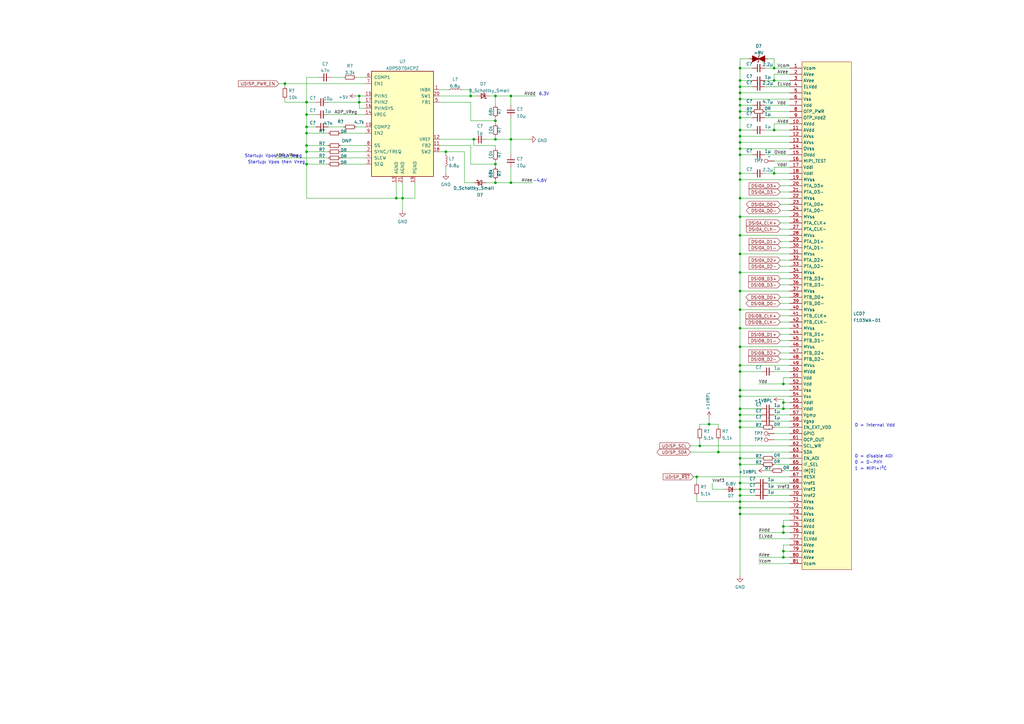
<source format=kicad_sch>
(kicad_sch (version 20210621) (generator eeschema)
  (paper "A3")
  (lib_symbols
    (symbol "Connector:TestPoint" (pin_numbers hide) (pin_names (offset 0.762) hide)
      (property "Reference" "TP" (at 0 6.858 0))
      (property "Value" "TestPoint" (at 0 5.08 0))
      (symbol "TestPoint_0_1"
        (circle (center 0 3.302) (radius 0.762))
      )
      (symbol "TestPoint_1_1"
        (pin passive line (at 0 0 90) (length 2.54) (name "1") (number "1"))
      )
    )
    (symbol "Device:C_Small" (pin_numbers hide) (pin_names (offset 0.254) hide)
      (property "Reference" "C" (at 0.254 1.778 0))
      (property "Value" "C_Small" (at 0.254 -2.032 0))
      (symbol "C_Small_0_1"
        (polyline (pts (xy -1.524 -0.508) (xy 1.524 -0.508)) (stroke (width 0.3302)))
        (polyline (pts (xy -1.524 0.508) (xy 1.524 0.508)) (stroke (width 0.3048)))
      )
      (symbol "C_Small_1_1"
        (pin passive line (at 0 2.54 270) (length 2.032) (name "~") (number "1"))
        (pin passive line (at 0 -2.54 90) (length 2.032) (name "~") (number "2"))
      )
    )
    (symbol "Device:D_Schottky_Small" (pin_numbers hide) (pin_names (offset 0.254) hide)
      (property "Reference" "D" (at -1.27 2.032 0))
      (property "Value" "D_Schottky_Small" (at -7.112 -2.032 0))
      (symbol "D_Schottky_Small_0_1"
        (polyline (pts (xy -0.762 0) (xy 0.762 0)))
        (polyline (pts (xy 0.762 -1.016) (xy -0.762 0) (xy 0.762 1.016) (xy 0.762 -1.016)) (stroke (width 0.254)))
        (polyline (pts (xy -1.27 0.762) (xy -1.27 1.016) (xy -0.762 1.016) (xy -0.762 -1.016) (xy -0.254 -1.016) (xy -0.254 -0.762)) (stroke (width 0.254)))
      )
      (symbol "D_Schottky_Small_1_1"
        (pin passive line (at -2.54 0 0) (length 1.778) (name "K") (number "1"))
        (pin passive line (at 2.54 0 180) (length 1.778) (name "A") (number "2"))
      )
    )
    (symbol "Device:D_TVS_ALT" (pin_numbers hide) (pin_names (offset 1.016) hide)
      (property "Reference" "D" (at 0 2.54 0))
      (property "Value" "D_TVS_ALT" (at 0 -2.54 0))
      (symbol "D_TVS_ALT_0_1"
        (polyline (pts (xy 1.27 0) (xy -1.27 0)))
        (polyline (pts (xy -2.54 -1.27) (xy 0 0) (xy -2.54 1.27) (xy -2.54 -1.27)) (stroke (width 0.254)) (fill (type outline)))
        (polyline (pts (xy 0.508 1.27) (xy 0 1.27) (xy 0 -1.27) (xy -0.508 -1.27)) (stroke (width 0.254)))
        (polyline (pts (xy 2.54 1.27) (xy 2.54 -1.27) (xy 0 0) (xy 2.54 1.27)) (stroke (width 0.254)) (fill (type outline)))
      )
      (symbol "D_TVS_ALT_1_1"
        (pin passive line (at -3.81 0 0) (length 2.54) (name "A1") (number "1"))
        (pin passive line (at 3.81 0 180) (length 2.54) (name "A2") (number "2"))
      )
    )
    (symbol "Device:D_Zener_Small" (pin_numbers hide) (pin_names (offset 0.254) hide)
      (property "Reference" "D" (at 0 2.286 0))
      (property "Value" "D_Zener_Small" (at 0 -2.286 0))
      (symbol "D_Zener_Small_0_1"
        (polyline (pts (xy 0.762 0) (xy -0.762 0)))
        (polyline (pts (xy -0.254 1.016) (xy -0.762 1.016) (xy -0.762 -1.016)) (stroke (width 0.254)))
        (polyline (pts (xy 0.762 1.016) (xy -0.762 0) (xy 0.762 -1.016) (xy 0.762 1.016)) (stroke (width 0.254)))
      )
      (symbol "D_Zener_Small_1_1"
        (pin passive line (at -2.54 0 0) (length 1.778) (name "K") (number "1"))
        (pin passive line (at 2.54 0 180) (length 1.778) (name "A") (number "2"))
      )
    )
    (symbol "Device:L_Small" (pin_numbers hide) (pin_names (offset 0.254) hide)
      (property "Reference" "L" (at 0.762 1.016 0))
      (property "Value" "L_Small" (at 0.762 -1.016 0))
      (symbol "L_Small_0_1"
        (arc (start 0 -2.032) (mid 0.508 -1.524) (end 0 -1.016))
        (arc (start 0 -1.016) (mid 0.508 -0.508) (end 0 0))
        (arc (start 0 0) (mid 0.508 0.508) (end 0 1.016))
        (arc (start 0 1.016) (mid 0.508 1.524) (end 0 2.032))
      )
      (symbol "L_Small_1_1"
        (pin passive line (at 0 2.54 270) (length 0.508) (name "~") (number "1"))
        (pin passive line (at 0 -2.54 90) (length 0.508) (name "~") (number "2"))
      )
    )
    (symbol "Device:R_Small" (pin_numbers hide) (pin_names (offset 0.254) hide)
      (property "Reference" "R" (at 0.762 0.508 0))
      (property "Value" "R_Small" (at 0.762 -1.016 0))
      (symbol "R_Small_0_1"
        (rectangle (start -0.762 1.778) (end 0.762 -1.778) (stroke (width 0.2032)))
      )
      (symbol "R_Small_1_1"
        (pin passive line (at 0 2.54 270) (length 0.762) (name "~") (number "1"))
        (pin passive line (at 0 -2.54 90) (length 0.762) (name "~") (number "2"))
      )
    )
    (symbol "meowality:+1V8PL" (power) (pin_names (offset 0))
      (property "Value" "+1V8PL" (at 0 3.556 0))
      (symbol "+1V8PL_0_1"
        (polyline (pts (xy -0.762 1.27) (xy 0 2.54)))
        (polyline (pts (xy 0 0) (xy 0 2.54)))
        (polyline (pts (xy 0 2.54) (xy 0.762 1.27)))
      )
      (symbol "+1V8PL_1_1"
        (pin power_in line (at 0 0 90) (length 0) hide (name "+1V8PL") (number "1"))
      )
    )
    (symbol "meowality:ADP5070ACPZ" (pin_names (offset 1.016))
      (property "Reference" "U" (at -12.7 24.13 0))
      (property "Value" "ADP5070ACPZ" (at 12.7 24.13 0))
      (symbol "ADP5070ACPZ_0_1"
        (rectangle (start -12.7 22.86) (end 12.7 -20.32) (stroke (width 0.254)) (fill (type background)))
      )
      (symbol "ADP5070ACPZ_1_1"
        (pin power_out line (at 15.24 15.24 180) (length 2.54) (name "INBK") (number "1"))
        (pin passive line (at -15.24 0 0) (length 2.54) (name "COMP2") (number "10"))
        (pin input line (at 15.24 -7.62 180) (length 2.54) (name "FB2") (number "11"))
        (pin output line (at 15.24 -5.08 180) (length 2.54) (name "VREF") (number "12"))
        (pin power_in line (at -2.54 -22.86 90) (length 2.54) (name "AGND") (number "13"))
        (pin output line (at -15.24 5.08 0) (length 2.54) (name "VREG") (number "14"))
        (pin power_in line (at -15.24 12.7 0) (length 2.54) (name "PVIN1") (number "15"))
        (pin power_in line (at -15.24 7.62 0) (length 2.54) (name "PVINSYS") (number "16"))
        (pin power_in line (at -15.24 10.16 0) (length 2.54) (name "PVIN2") (number "17"))
        (pin power_out line (at 15.24 -10.16 180) (length 2.54) (name "SW2") (number "18"))
        (pin power_in line (at 5.08 -22.86 90) (length 2.54) (name "PGND") (number "19"))
        (pin input line (at -15.24 -10.16 0) (length 2.54) (name "SYNC/FREQ") (number "2"))
        (pin power_out line (at 15.24 12.7 180) (length 2.54) (name "SW1") (number "20"))
        (pin power_in line (at 0 -22.86 90) (length 2.54) (name "AGND") (number "21"))
        (pin input line (at -15.24 -15.24 0) (length 2.54) (name "SEQ") (number "3"))
        (pin input line (at -15.24 -12.7 0) (length 2.54) (name "SLEW") (number "4"))
        (pin input line (at 15.24 10.16 180) (length 2.54) (name "FB1") (number "5"))
        (pin passive line (at -15.24 20.32 0) (length 2.54) (name "COMP1") (number "6"))
        (pin input line (at -15.24 17.78 0) (length 2.54) (name "EN1") (number "7"))
        (pin passive line (at -15.24 -7.62 0) (length 2.54) (name "SS") (number "8"))
        (pin input line (at -15.24 -2.54 0) (length 2.54) (name "EN2") (number "9"))
      )
    )
    (symbol "meowality:F103WA-01"
      (property "Reference" "LCD" (at -10.16 -1.27 0))
      (property "Value" "F103WA-01" (at 0 209.55 0))
      (symbol "F103WA-01_0_1"
        (rectangle (start -10.16 208.28) (end 10.16 0) (stroke (width 0.1524)) (fill (type background)))
      )
      (symbol "F103WA-01_1_1"
        (pin output line (at -15.24 205.74 0) (length 5.08) (name "Vcom") (number "1"))
        (pin power_in line (at -15.24 182.88 0) (length 5.08) (name "AVdd") (number "10"))
        (pin power_in line (at -15.24 180.34 0) (length 5.08) (name "AVdd") (number "11"))
        (pin power_in line (at -15.24 177.8 0) (length 5.08) (name "AVss") (number "12"))
        (pin power_in line (at -15.24 175.26 0) (length 5.08) (name "AVss") (number "13"))
        (pin power_in line (at -15.24 172.72 0) (length 5.08) (name "OVss") (number "14"))
        (pin power_in line (at -15.24 170.18 0) (length 5.08) (name "OVdd") (number "15"))
        (pin bidirectional line (at -15.24 167.64 0) (length 5.08) (name "MIPI_TEST") (number "16"))
        (pin power_in line (at -15.24 165.1 0) (length 5.08) (name "VddI") (number "17"))
        (pin power_in line (at -15.24 162.56 0) (length 5.08) (name "VddI") (number "18"))
        (pin power_in line (at -15.24 160.02 0) (length 5.08) (name "MVss") (number "19"))
        (pin power_in line (at -15.24 203.2 0) (length 5.08) (name "AVee") (number "2"))
        (pin bidirectional line (at -15.24 157.48 0) (length 5.08) (name "PTA_D3+") (number "20"))
        (pin bidirectional line (at -15.24 154.94 0) (length 5.08) (name "PTA_D3-") (number "21"))
        (pin power_in line (at -15.24 152.4 0) (length 5.08) (name "MVss") (number "22"))
        (pin bidirectional line (at -15.24 149.86 0) (length 5.08) (name "PTA_D0+") (number "23"))
        (pin bidirectional line (at -15.24 147.32 0) (length 5.08) (name "PTA_D0-") (number "24"))
        (pin power_in line (at -15.24 144.78 0) (length 5.08) (name "MVss") (number "25"))
        (pin input line (at -15.24 142.24 0) (length 5.08) (name "PTA_CLK+") (number "26"))
        (pin input line (at -15.24 139.7 0) (length 5.08) (name "PTA_CLK-") (number "27"))
        (pin power_in line (at -15.24 137.16 0) (length 5.08) (name "MVss") (number "28"))
        (pin bidirectional line (at -15.24 134.62 0) (length 5.08) (name "PTA_D1+") (number "29"))
        (pin power_in line (at -15.24 200.66 0) (length 5.08) (name "AVee") (number "3"))
        (pin bidirectional line (at -15.24 132.08 0) (length 5.08) (name "PTA_D1-") (number "30"))
        (pin power_in line (at -15.24 129.54 0) (length 5.08) (name "MVss") (number "31"))
        (pin bidirectional line (at -15.24 127 0) (length 5.08) (name "PTA_D2+") (number "32"))
        (pin bidirectional line (at -15.24 124.46 0) (length 5.08) (name "PTA_D2-") (number "33"))
        (pin power_in line (at -15.24 121.92 0) (length 5.08) (name "MVss") (number "34"))
        (pin bidirectional line (at -15.24 119.38 0) (length 5.08) (name "PTB_D3+") (number "35"))
        (pin bidirectional line (at -15.24 116.84 0) (length 5.08) (name "PTB_D3-") (number "36"))
        (pin power_in line (at -15.24 114.3 0) (length 5.08) (name "MVss") (number "37"))
        (pin bidirectional line (at -15.24 111.76 0) (length 5.08) (name "PTB_D0+") (number "38"))
        (pin bidirectional line (at -15.24 109.22 0) (length 5.08) (name "PTB_D0-") (number "39"))
        (pin power_in line (at -15.24 198.12 0) (length 5.08) (name "ELVdd") (number "4"))
        (pin power_in line (at -15.24 106.68 0) (length 5.08) (name "MVss") (number "40"))
        (pin input line (at -15.24 104.14 0) (length 5.08) (name "PTB_CLK+") (number "41"))
        (pin input line (at -15.24 101.6 0) (length 5.08) (name "PTB_CLK-") (number "42"))
        (pin power_in line (at -15.24 99.06 0) (length 5.08) (name "MVss") (number "43"))
        (pin bidirectional line (at -15.24 96.52 0) (length 5.08) (name "PTB_D1+") (number "44"))
        (pin bidirectional line (at -15.24 93.98 0) (length 5.08) (name "PTB_D1-") (number "45"))
        (pin power_in line (at -15.24 91.44 0) (length 5.08) (name "MVss") (number "46"))
        (pin bidirectional line (at -15.24 88.9 0) (length 5.08) (name "PTB_D2+") (number "47"))
        (pin bidirectional line (at -15.24 86.36 0) (length 5.08) (name "PTB_D2-") (number "48"))
        (pin power_in line (at -15.24 83.82 0) (length 5.08) (name "MVss") (number "49"))
        (pin power_in line (at -15.24 195.58 0) (length 5.08) (name "Vss") (number "5"))
        (pin output line (at -15.24 81.28 0) (length 5.08) (name "MVdd") (number "50"))
        (pin power_in line (at -15.24 78.74 0) (length 5.08) (name "Vdd") (number "51"))
        (pin power_in line (at -15.24 76.2 0) (length 5.08) (name "Vdd") (number "52"))
        (pin power_in line (at -15.24 73.66 0) (length 5.08) (name "Vss") (number "53"))
        (pin power_in line (at -15.24 71.12 0) (length 5.08) (name "Vss") (number "54"))
        (pin power_in line (at -15.24 68.58 0) (length 5.08) (name "VddI") (number "55"))
        (pin power_in line (at -15.24 66.04 0) (length 5.08) (name "VddI") (number "56"))
        (pin output line (at -15.24 63.5 0) (length 5.08) (name "Vgmp") (number "57"))
        (pin output line (at -15.24 60.96 0) (length 5.08) (name "Vgsp") (number "58"))
        (pin input line (at -15.24 58.42 0) (length 5.08) (name "EN_EXT_VDD") (number "59"))
        (pin power_in line (at -15.24 193.04 0) (length 5.08) (name "Vss") (number "6"))
        (pin bidirectional line (at -15.24 55.88 0) (length 5.08) (name "GPIO") (number "60"))
        (pin output line (at -15.24 53.34 0) (length 5.08) (name "OCP_OUT") (number "61"))
        (pin bidirectional line (at -15.24 50.8 0) (length 5.08) (name "SCL_WR") (number "62"))
        (pin bidirectional line (at -15.24 48.26 0) (length 5.08) (name "SDA") (number "63"))
        (pin input line (at -15.24 45.72 0) (length 5.08) (name "EN_AOI") (number "64"))
        (pin input line (at -15.24 43.18 0) (length 5.08) (name "IF_SEL") (number "65"))
        (pin input line (at -15.24 40.64 0) (length 5.08) (name "IM[0]") (number "66"))
        (pin input line (at -15.24 38.1 0) (length 5.08) (name "RESX") (number "67"))
        (pin output line (at -15.24 35.56 0) (length 5.08) (name "Vref1") (number "68"))
        (pin output line (at -15.24 33.02 0) (length 5.08) (name "Vref3") (number "69"))
        (pin power_in line (at -15.24 190.5 0) (length 5.08) (name "Vdd") (number "7"))
        (pin output line (at -15.24 30.48 0) (length 5.08) (name "Vref2") (number "70"))
        (pin power_in line (at -15.24 27.94 0) (length 5.08) (name "AVss") (number "71"))
        (pin power_in line (at -15.24 25.4 0) (length 5.08) (name "AVss") (number "72"))
        (pin power_in line (at -15.24 22.86 0) (length 5.08) (name "AVss") (number "73"))
        (pin power_in line (at -15.24 20.32 0) (length 5.08) (name "AVdd") (number "74"))
        (pin power_in line (at -15.24 17.78 0) (length 5.08) (name "AVdd") (number "75"))
        (pin power_in line (at -15.24 15.24 0) (length 5.08) (name "AVdd") (number "76"))
        (pin power_in line (at -15.24 12.7 0) (length 5.08) (name "ELVdd") (number "77"))
        (pin power_in line (at -15.24 10.16 0) (length 5.08) (name "AVee") (number "78"))
        (pin power_in line (at -15.24 7.62 0) (length 5.08) (name "AVee") (number "79"))
        (pin passive line (at -15.24 187.96 0) (length 5.08) (name "OTP_PWR") (number "8"))
        (pin power_in line (at -15.24 5.08 0) (length 5.08) (name "AVee") (number "80"))
        (pin output line (at -15.24 2.54 0) (length 5.08) (name "Vcom") (number "81"))
        (pin passive line (at -15.24 185.42 0) (length 5.08) (name "OTP_Vdd2") (number "9"))
      )
    )
    (symbol "power:+5V" (power) (pin_names (offset 0))
      (property "Value" "+5V" (at 0 3.556 0))
      (symbol "+5V_0_1"
        (polyline (pts (xy -0.762 1.27) (xy 0 2.54)))
        (polyline (pts (xy 0 0) (xy 0 2.54)))
        (polyline (pts (xy 0 2.54) (xy 0.762 1.27)))
      )
      (symbol "+5V_1_1"
        (pin power_in line (at 0 0 90) (length 0) hide (name "+5V") (number "1"))
      )
    )
    (symbol "power:GND" (power) (pin_names (offset 0))
      (property "Value" "GND" (at 0 -3.81 0))
      (symbol "GND_0_1"
        (polyline (pts (xy 0 0) (xy 0 -1.27) (xy 1.27 -1.27) (xy 0 -2.54) (xy -1.27 -1.27) (xy 0 -1.27)))
      )
      (symbol "GND_1_1"
        (pin power_in line (at 0 0 270) (length 0) hide (name "GND") (number "1"))
      )
    )
  )
  (junction (at 116.84 34.29))
  (junction (at 125.73 41.91))
  (junction (at 125.73 46.99))
  (junction (at 125.73 52.07))
  (junction (at 125.73 54.61))
  (junction (at 125.73 59.69))
  (junction (at 125.73 62.23))
  (junction (at 125.73 67.31))
  (junction (at 147.32 39.37))
  (junction (at 147.32 41.91))
  (junction (at 162.56 81.28))
  (junction (at 165.1 81.28))
  (junction (at 182.88 62.23))
  (junction (at 193.04 39.37))
  (junction (at 194.31 57.15))
  (junction (at 203.2 39.37))
  (junction (at 203.2 49.53))
  (junction (at 203.2 57.15))
  (junction (at 203.2 67.31))
  (junction (at 203.2 74.93))
  (junction (at 209.55 39.37))
  (junction (at 209.55 57.15))
  (junction (at 209.55 74.93))
  (junction (at 285.75 195.58))
  (junction (at 287.02 182.88))
  (junction (at 290.83 173.99))
  (junction (at 294.64 185.42))
  (junction (at 303.53 27.94))
  (junction (at 303.53 33.02))
  (junction (at 303.53 35.56))
  (junction (at 303.53 38.1))
  (junction (at 303.53 40.64))
  (junction (at 303.53 43.18))
  (junction (at 303.53 45.72))
  (junction (at 303.53 48.26))
  (junction (at 303.53 53.34))
  (junction (at 303.53 55.88))
  (junction (at 303.53 58.42))
  (junction (at 303.53 60.96))
  (junction (at 303.53 63.5))
  (junction (at 303.53 71.12))
  (junction (at 303.53 73.66))
  (junction (at 303.53 81.28))
  (junction (at 303.53 88.9))
  (junction (at 303.53 96.52))
  (junction (at 303.53 104.14))
  (junction (at 303.53 111.76))
  (junction (at 303.53 119.38))
  (junction (at 303.53 127))
  (junction (at 303.53 134.62))
  (junction (at 303.53 142.24))
  (junction (at 303.53 149.86))
  (junction (at 303.53 152.4))
  (junction (at 303.53 160.02))
  (junction (at 303.53 162.56))
  (junction (at 303.53 167.64))
  (junction (at 303.53 170.18))
  (junction (at 303.53 172.72))
  (junction (at 303.53 175.26))
  (junction (at 303.53 187.96))
  (junction (at 303.53 190.5))
  (junction (at 303.53 198.12))
  (junction (at 303.53 200.66))
  (junction (at 303.53 203.2))
  (junction (at 303.53 205.74))
  (junction (at 303.53 208.28))
  (junction (at 303.53 210.82))
  (junction (at 317.5 27.94))
  (junction (at 317.5 33.02))
  (junction (at 317.5 53.34))
  (junction (at 317.5 71.12))
  (junction (at 321.31 157.48))
  (junction (at 321.31 165.1))
  (junction (at 321.31 167.64))
  (junction (at 321.31 215.9))
  (junction (at 321.31 218.44))
  (junction (at 321.31 226.06))
  (junction (at 321.31 228.6))
  (wire (pts (xy 113.03 64.77) (xy 134.62 64.77)))
  (wire (pts (xy 114.3 34.29) (xy 116.84 34.29)))
  (wire (pts (xy 116.84 34.29) (xy 116.84 35.56)))
  (wire (pts (xy 116.84 34.29) (xy 149.86 34.29)))
  (wire (pts (xy 116.84 41.91) (xy 116.84 40.64)))
  (wire (pts (xy 125.73 31.75) (xy 130.81 31.75)))
  (wire (pts (xy 125.73 41.91) (xy 116.84 41.91)))
  (wire (pts (xy 125.73 41.91) (xy 125.73 31.75)))
  (wire (pts (xy 125.73 41.91) (xy 125.73 46.99)))
  (wire (pts (xy 125.73 41.91) (xy 129.54 41.91)))
  (wire (pts (xy 125.73 46.99) (xy 125.73 52.07)))
  (wire (pts (xy 125.73 46.99) (xy 129.54 46.99)))
  (wire (pts (xy 125.73 52.07) (xy 129.54 52.07)))
  (wire (pts (xy 125.73 54.61) (xy 125.73 52.07)))
  (wire (pts (xy 125.73 54.61) (xy 134.62 54.61)))
  (wire (pts (xy 125.73 59.69) (xy 125.73 54.61)))
  (wire (pts (xy 125.73 59.69) (xy 125.73 62.23)))
  (wire (pts (xy 125.73 62.23) (xy 134.62 62.23)))
  (wire (pts (xy 125.73 67.31) (xy 125.73 62.23)))
  (wire (pts (xy 125.73 67.31) (xy 125.73 81.28)))
  (wire (pts (xy 125.73 81.28) (xy 162.56 81.28)))
  (wire (pts (xy 134.62 41.91) (xy 147.32 41.91)))
  (wire (pts (xy 134.62 46.99) (xy 149.86 46.99)))
  (wire (pts (xy 134.62 52.07) (xy 140.97 52.07)))
  (wire (pts (xy 134.62 59.69) (xy 125.73 59.69)))
  (wire (pts (xy 134.62 67.31) (xy 125.73 67.31)))
  (wire (pts (xy 135.89 31.75) (xy 140.97 31.75)))
  (wire (pts (xy 139.7 54.61) (xy 149.86 54.61)))
  (wire (pts (xy 139.7 59.69) (xy 149.86 59.69)))
  (wire (pts (xy 139.7 62.23) (xy 149.86 62.23)))
  (wire (pts (xy 139.7 64.77) (xy 149.86 64.77)))
  (wire (pts (xy 139.7 67.31) (xy 149.86 67.31)))
  (wire (pts (xy 146.05 31.75) (xy 149.86 31.75)))
  (wire (pts (xy 146.05 39.37) (xy 147.32 39.37)))
  (wire (pts (xy 146.05 52.07) (xy 149.86 52.07)))
  (wire (pts (xy 147.32 39.37) (xy 149.86 39.37)))
  (wire (pts (xy 147.32 41.91) (xy 147.32 39.37)))
  (wire (pts (xy 147.32 44.45) (xy 147.32 41.91)))
  (wire (pts (xy 149.86 41.91) (xy 147.32 41.91)))
  (wire (pts (xy 149.86 44.45) (xy 147.32 44.45)))
  (wire (pts (xy 162.56 74.93) (xy 162.56 81.28)))
  (wire (pts (xy 162.56 81.28) (xy 165.1 81.28)))
  (wire (pts (xy 165.1 74.93) (xy 165.1 81.28)))
  (wire (pts (xy 165.1 81.28) (xy 165.1 86.36)))
  (wire (pts (xy 165.1 81.28) (xy 170.18 81.28)))
  (wire (pts (xy 170.18 81.28) (xy 170.18 74.93)))
  (wire (pts (xy 180.34 36.83) (xy 184.15 36.83)))
  (wire (pts (xy 180.34 39.37) (xy 193.04 39.37)))
  (wire (pts (xy 180.34 41.91) (xy 193.04 41.91)))
  (wire (pts (xy 180.34 57.15) (xy 194.31 57.15)))
  (wire (pts (xy 180.34 62.23) (xy 182.88 62.23)))
  (wire (pts (xy 182.88 62.23) (xy 182.88 63.5)))
  (wire (pts (xy 182.88 68.58) (xy 182.88 71.12)))
  (wire (pts (xy 190.5 62.23) (xy 182.88 62.23)))
  (wire (pts (xy 190.5 74.93) (xy 190.5 62.23)))
  (wire (pts (xy 193.04 36.83) (xy 189.23 36.83)))
  (wire (pts (xy 193.04 39.37) (xy 193.04 36.83)))
  (wire (pts (xy 193.04 39.37) (xy 195.58 39.37)))
  (wire (pts (xy 193.04 49.53) (xy 193.04 41.91)))
  (wire (pts (xy 193.04 59.69) (xy 180.34 59.69)))
  (wire (pts (xy 193.04 67.31) (xy 193.04 59.69)))
  (wire (pts (xy 194.31 59.69) (xy 194.31 57.15)))
  (wire (pts (xy 194.31 74.93) (xy 190.5 74.93)))
  (wire (pts (xy 199.39 57.15) (xy 203.2 57.15)))
  (wire (pts (xy 199.39 74.93) (xy 203.2 74.93)))
  (wire (pts (xy 200.66 39.37) (xy 203.2 39.37)))
  (wire (pts (xy 203.2 39.37) (xy 203.2 43.18)))
  (wire (pts (xy 203.2 48.26) (xy 203.2 49.53)))
  (wire (pts (xy 203.2 49.53) (xy 193.04 49.53)))
  (wire (pts (xy 203.2 49.53) (xy 203.2 50.8)))
  (wire (pts (xy 203.2 55.88) (xy 203.2 57.15)))
  (wire (pts (xy 203.2 57.15) (xy 209.55 57.15)))
  (wire (pts (xy 203.2 59.69) (xy 194.31 59.69)))
  (wire (pts (xy 203.2 60.96) (xy 203.2 59.69)))
  (wire (pts (xy 203.2 66.04) (xy 203.2 67.31)))
  (wire (pts (xy 203.2 67.31) (xy 193.04 67.31)))
  (wire (pts (xy 203.2 67.31) (xy 203.2 68.58)))
  (wire (pts (xy 203.2 73.66) (xy 203.2 74.93)))
  (wire (pts (xy 203.2 74.93) (xy 209.55 74.93)))
  (wire (pts (xy 209.55 39.37) (xy 203.2 39.37)))
  (wire (pts (xy 209.55 39.37) (xy 219.71 39.37)))
  (wire (pts (xy 209.55 43.18) (xy 209.55 39.37)))
  (wire (pts (xy 209.55 48.26) (xy 209.55 57.15)))
  (wire (pts (xy 209.55 57.15) (xy 209.55 63.5)))
  (wire (pts (xy 209.55 57.15) (xy 217.17 57.15)))
  (wire (pts (xy 209.55 74.93) (xy 209.55 68.58)))
  (wire (pts (xy 209.55 74.93) (xy 218.44 74.93)))
  (wire (pts (xy 283.21 182.88) (xy 287.02 182.88)))
  (wire (pts (xy 283.21 185.42) (xy 294.64 185.42)))
  (wire (pts (xy 284.48 195.58) (xy 285.75 195.58)))
  (wire (pts (xy 285.75 195.58) (xy 285.75 198.12)))
  (wire (pts (xy 285.75 195.58) (xy 323.85 195.58)))
  (wire (pts (xy 285.75 203.2) (xy 285.75 205.74)))
  (wire (pts (xy 285.75 205.74) (xy 303.53 205.74)))
  (wire (pts (xy 287.02 173.99) (xy 290.83 173.99)))
  (wire (pts (xy 287.02 175.26) (xy 287.02 173.99)))
  (wire (pts (xy 287.02 180.34) (xy 287.02 182.88)))
  (wire (pts (xy 287.02 182.88) (xy 323.85 182.88)))
  (wire (pts (xy 290.83 171.45) (xy 290.83 173.99)))
  (wire (pts (xy 290.83 173.99) (xy 294.64 173.99)))
  (wire (pts (xy 292.1 200.66) (xy 292.1 198.12)))
  (wire (pts (xy 294.64 173.99) (xy 294.64 175.26)))
  (wire (pts (xy 294.64 180.34) (xy 294.64 185.42)))
  (wire (pts (xy 294.64 185.42) (xy 323.85 185.42)))
  (wire (pts (xy 297.18 200.66) (xy 292.1 200.66)))
  (wire (pts (xy 302.26 200.66) (xy 303.53 200.66)))
  (wire (pts (xy 303.53 24.13) (xy 307.34 24.13)))
  (wire (pts (xy 303.53 27.94) (xy 303.53 24.13)))
  (wire (pts (xy 303.53 27.94) (xy 303.53 33.02)))
  (wire (pts (xy 303.53 33.02) (xy 308.61 33.02)))
  (wire (pts (xy 303.53 35.56) (xy 303.53 33.02)))
  (wire (pts (xy 303.53 38.1) (xy 303.53 35.56)))
  (wire (pts (xy 303.53 38.1) (xy 323.85 38.1)))
  (wire (pts (xy 303.53 40.64) (xy 303.53 38.1)))
  (wire (pts (xy 303.53 40.64) (xy 323.85 40.64)))
  (wire (pts (xy 303.53 43.18) (xy 303.53 40.64)))
  (wire (pts (xy 303.53 45.72) (xy 303.53 43.18)))
  (wire (pts (xy 303.53 48.26) (xy 303.53 45.72)))
  (wire (pts (xy 303.53 53.34) (xy 303.53 48.26)))
  (wire (pts (xy 303.53 53.34) (xy 303.53 55.88)))
  (wire (pts (xy 303.53 55.88) (xy 323.85 55.88)))
  (wire (pts (xy 303.53 58.42) (xy 303.53 55.88)))
  (wire (pts (xy 303.53 58.42) (xy 323.85 58.42)))
  (wire (pts (xy 303.53 60.96) (xy 303.53 58.42)))
  (wire (pts (xy 303.53 60.96) (xy 323.85 60.96)))
  (wire (pts (xy 303.53 63.5) (xy 303.53 60.96)))
  (wire (pts (xy 303.53 63.5) (xy 308.61 63.5)))
  (wire (pts (xy 303.53 71.12) (xy 303.53 63.5)))
  (wire (pts (xy 303.53 71.12) (xy 308.61 71.12)))
  (wire (pts (xy 303.53 73.66) (xy 303.53 71.12)))
  (wire (pts (xy 303.53 73.66) (xy 323.85 73.66)))
  (wire (pts (xy 303.53 81.28) (xy 303.53 73.66)))
  (wire (pts (xy 303.53 81.28) (xy 323.85 81.28)))
  (wire (pts (xy 303.53 88.9) (xy 303.53 81.28)))
  (wire (pts (xy 303.53 88.9) (xy 323.85 88.9)))
  (wire (pts (xy 303.53 96.52) (xy 303.53 88.9)))
  (wire (pts (xy 303.53 96.52) (xy 323.85 96.52)))
  (wire (pts (xy 303.53 104.14) (xy 303.53 96.52)))
  (wire (pts (xy 303.53 104.14) (xy 323.85 104.14)))
  (wire (pts (xy 303.53 111.76) (xy 303.53 104.14)))
  (wire (pts (xy 303.53 111.76) (xy 323.85 111.76)))
  (wire (pts (xy 303.53 119.38) (xy 303.53 111.76)))
  (wire (pts (xy 303.53 119.38) (xy 323.85 119.38)))
  (wire (pts (xy 303.53 127) (xy 303.53 119.38)))
  (wire (pts (xy 303.53 127) (xy 323.85 127)))
  (wire (pts (xy 303.53 134.62) (xy 303.53 127)))
  (wire (pts (xy 303.53 134.62) (xy 323.85 134.62)))
  (wire (pts (xy 303.53 142.24) (xy 303.53 134.62)))
  (wire (pts (xy 303.53 142.24) (xy 323.85 142.24)))
  (wire (pts (xy 303.53 149.86) (xy 303.53 142.24)))
  (wire (pts (xy 303.53 149.86) (xy 323.85 149.86)))
  (wire (pts (xy 303.53 152.4) (xy 303.53 149.86)))
  (wire (pts (xy 303.53 152.4) (xy 312.42 152.4)))
  (wire (pts (xy 303.53 160.02) (xy 303.53 152.4)))
  (wire (pts (xy 303.53 160.02) (xy 303.53 162.56)))
  (wire (pts (xy 303.53 160.02) (xy 323.85 160.02)))
  (wire (pts (xy 303.53 162.56) (xy 303.53 167.64)))
  (wire (pts (xy 303.53 167.64) (xy 303.53 170.18)))
  (wire (pts (xy 303.53 167.64) (xy 312.42 167.64)))
  (wire (pts (xy 303.53 170.18) (xy 303.53 172.72)))
  (wire (pts (xy 303.53 170.18) (xy 312.42 170.18)))
  (wire (pts (xy 303.53 172.72) (xy 303.53 175.26)))
  (wire (pts (xy 303.53 172.72) (xy 312.42 172.72)))
  (wire (pts (xy 303.53 175.26) (xy 303.53 187.96)))
  (wire (pts (xy 303.53 175.26) (xy 312.42 175.26)))
  (wire (pts (xy 303.53 187.96) (xy 303.53 190.5)))
  (wire (pts (xy 303.53 187.96) (xy 312.42 187.96)))
  (wire (pts (xy 303.53 190.5) (xy 303.53 198.12)))
  (wire (pts (xy 303.53 190.5) (xy 312.42 190.5)))
  (wire (pts (xy 303.53 198.12) (xy 303.53 200.66)))
  (wire (pts (xy 303.53 198.12) (xy 309.88 198.12)))
  (wire (pts (xy 303.53 200.66) (xy 303.53 203.2)))
  (wire (pts (xy 303.53 200.66) (xy 309.88 200.66)))
  (wire (pts (xy 303.53 203.2) (xy 303.53 205.74)))
  (wire (pts (xy 303.53 203.2) (xy 309.88 203.2)))
  (wire (pts (xy 303.53 205.74) (xy 323.85 205.74)))
  (wire (pts (xy 303.53 208.28) (xy 303.53 205.74)))
  (wire (pts (xy 303.53 208.28) (xy 323.85 208.28)))
  (wire (pts (xy 303.53 210.82) (xy 303.53 208.28)))
  (wire (pts (xy 303.53 210.82) (xy 323.85 210.82)))
  (wire (pts (xy 303.53 236.22) (xy 303.53 210.82)))
  (wire (pts (xy 308.61 27.94) (xy 303.53 27.94)))
  (wire (pts (xy 308.61 35.56) (xy 303.53 35.56)))
  (wire (pts (xy 308.61 43.18) (xy 303.53 43.18)))
  (wire (pts (xy 308.61 45.72) (xy 303.53 45.72)))
  (wire (pts (xy 308.61 48.26) (xy 303.53 48.26)))
  (wire (pts (xy 308.61 53.34) (xy 303.53 53.34)))
  (wire (pts (xy 311.15 157.48) (xy 321.31 157.48)))
  (wire (pts (xy 311.15 218.44) (xy 321.31 218.44)))
  (wire (pts (xy 311.15 220.98) (xy 323.85 220.98)))
  (wire (pts (xy 311.15 228.6) (xy 321.31 228.6)))
  (wire (pts (xy 311.15 231.14) (xy 323.85 231.14)))
  (wire (pts (xy 313.69 27.94) (xy 317.5 27.94)))
  (wire (pts (xy 313.69 33.02) (xy 317.5 33.02)))
  (wire (pts (xy 313.69 35.56) (xy 323.85 35.56)))
  (wire (pts (xy 313.69 43.18) (xy 323.85 43.18)))
  (wire (pts (xy 313.69 45.72) (xy 323.85 45.72)))
  (wire (pts (xy 313.69 48.26) (xy 323.85 48.26)))
  (wire (pts (xy 313.69 53.34) (xy 317.5 53.34)))
  (wire (pts (xy 313.69 63.5) (xy 323.85 63.5)))
  (wire (pts (xy 313.69 71.12) (xy 317.5 71.12)))
  (wire (pts (xy 313.69 193.04) (xy 316.23 193.04)))
  (wire (pts (xy 314.96 24.13) (xy 317.5 24.13)))
  (wire (pts (xy 314.96 198.12) (xy 323.85 198.12)))
  (wire (pts (xy 314.96 200.66) (xy 323.85 200.66)))
  (wire (pts (xy 314.96 203.2) (xy 323.85 203.2)))
  (wire (pts (xy 317.5 24.13) (xy 317.5 27.94)))
  (wire (pts (xy 317.5 27.94) (xy 323.85 27.94)))
  (wire (pts (xy 317.5 30.48) (xy 317.5 33.02)))
  (wire (pts (xy 317.5 33.02) (xy 323.85 33.02)))
  (wire (pts (xy 317.5 50.8) (xy 317.5 53.34)))
  (wire (pts (xy 317.5 53.34) (xy 323.85 53.34)))
  (wire (pts (xy 317.5 66.04) (xy 323.85 66.04)))
  (wire (pts (xy 317.5 68.58) (xy 317.5 71.12)))
  (wire (pts (xy 317.5 71.12) (xy 323.85 71.12)))
  (wire (pts (xy 317.5 152.4) (xy 323.85 152.4)))
  (wire (pts (xy 317.5 167.64) (xy 321.31 167.64)))
  (wire (pts (xy 317.5 170.18) (xy 323.85 170.18)))
  (wire (pts (xy 317.5 172.72) (xy 323.85 172.72)))
  (wire (pts (xy 317.5 175.26) (xy 323.85 175.26)))
  (wire (pts (xy 317.5 177.8) (xy 323.85 177.8)))
  (wire (pts (xy 317.5 180.34) (xy 323.85 180.34)))
  (wire (pts (xy 317.5 187.96) (xy 323.85 187.96)))
  (wire (pts (xy 317.5 190.5) (xy 323.85 190.5)))
  (wire (pts (xy 320.04 76.2) (xy 323.85 76.2)))
  (wire (pts (xy 320.04 78.74) (xy 323.85 78.74)))
  (wire (pts (xy 320.04 83.82) (xy 323.85 83.82)))
  (wire (pts (xy 320.04 86.36) (xy 323.85 86.36)))
  (wire (pts (xy 320.04 91.44) (xy 323.85 91.44)))
  (wire (pts (xy 320.04 93.98) (xy 323.85 93.98)))
  (wire (pts (xy 320.04 99.06) (xy 323.85 99.06)))
  (wire (pts (xy 320.04 101.6) (xy 323.85 101.6)))
  (wire (pts (xy 320.04 106.68) (xy 323.85 106.68)))
  (wire (pts (xy 320.04 109.22) (xy 323.85 109.22)))
  (wire (pts (xy 320.04 114.3) (xy 323.85 114.3)))
  (wire (pts (xy 320.04 116.84) (xy 323.85 116.84)))
  (wire (pts (xy 320.04 121.92) (xy 323.85 121.92)))
  (wire (pts (xy 320.04 124.46) (xy 323.85 124.46)))
  (wire (pts (xy 320.04 129.54) (xy 323.85 129.54)))
  (wire (pts (xy 320.04 132.08) (xy 323.85 132.08)))
  (wire (pts (xy 320.04 137.16) (xy 323.85 137.16)))
  (wire (pts (xy 320.04 139.7) (xy 323.85 139.7)))
  (wire (pts (xy 320.04 144.78) (xy 323.85 144.78)))
  (wire (pts (xy 320.04 147.32) (xy 323.85 147.32)))
  (wire (pts (xy 320.04 163.83) (xy 321.31 163.83)))
  (wire (pts (xy 321.31 154.94) (xy 321.31 157.48)))
  (wire (pts (xy 321.31 157.48) (xy 323.85 157.48)))
  (wire (pts (xy 321.31 163.83) (xy 321.31 165.1)))
  (wire (pts (xy 321.31 165.1) (xy 321.31 167.64)))
  (wire (pts (xy 321.31 167.64) (xy 323.85 167.64)))
  (wire (pts (xy 321.31 193.04) (xy 323.85 193.04)))
  (wire (pts (xy 321.31 213.36) (xy 321.31 215.9)))
  (wire (pts (xy 321.31 215.9) (xy 321.31 218.44)))
  (wire (pts (xy 321.31 218.44) (xy 323.85 218.44)))
  (wire (pts (xy 321.31 223.52) (xy 321.31 226.06)))
  (wire (pts (xy 321.31 226.06) (xy 321.31 228.6)))
  (wire (pts (xy 321.31 228.6) (xy 323.85 228.6)))
  (wire (pts (xy 323.85 30.48) (xy 317.5 30.48)))
  (wire (pts (xy 323.85 50.8) (xy 317.5 50.8)))
  (wire (pts (xy 323.85 68.58) (xy 317.5 68.58)))
  (wire (pts (xy 323.85 154.94) (xy 321.31 154.94)))
  (wire (pts (xy 323.85 162.56) (xy 303.53 162.56)))
  (wire (pts (xy 323.85 165.1) (xy 321.31 165.1)))
  (wire (pts (xy 323.85 213.36) (xy 321.31 213.36)))
  (wire (pts (xy 323.85 215.9) (xy 321.31 215.9)))
  (wire (pts (xy 323.85 223.52) (xy 321.31 223.52)))
  (wire (pts (xy 323.85 226.06) (xy 321.31 226.06)))
  (text "Startup: Vpos then Vneg" (at 100.33 64.77 0) (effects (font (size 1.27 1.27)) (justify left bottom)))
  (text "Startup: Vpos then Vneg" (at 101.6 67.31 0) (effects (font (size 1.27 1.27)) (justify left bottom)))
  (text "-4.6V" (at 218.44 74.93 0) (effects (font (size 1.27 1.27)) (justify left bottom)))
  (text "6.3V" (at 220.98 39.37 0) (effects (font (size 1.27 1.27)) (justify left bottom)))
  (text "0 = internal Vdd" (at 350.52 175.26 0) (effects (font (size 1.27 1.27)) (justify left bottom)))
  (text "0 = disable AOI" (at 350.52 187.96 0) (effects (font (size 1.27 1.27)) (justify left bottom)))
  (text "0 = D-PHY" (at 350.52 190.5 0) (effects (font (size 1.27 1.27)) (justify left bottom)))
  (text "1 = MIPI+I²C" (at 350.52 193.04 0) (effects (font (size 1.27 1.27)) (justify left bottom)))
  (label "ADP_VReg" (at 113.03 64.77 0))
  (label "ADP_VReg" (at 137.16 46.99 0))
  (label "AVee" (at 218.44 74.93 180))
  (label "AVdd" (at 219.71 39.37 180))
  (label "Vref3" (at 292.1 198.12 0))
  (label "Vdd" (at 311.15 157.48 0))
  (label "AVdd" (at 311.15 218.44 0))
  (label "ELVdd" (at 311.15 220.98 0))
  (label "AVee" (at 311.15 228.6 0))
  (label "Vcom" (at 311.15 231.14 0))
  (label "OVdd" (at 317.5 63.5 0))
  (label "Vcom" (at 318.77 27.94 0))
  (label "AVee" (at 318.77 30.48 0))
  (label "ELVdd" (at 318.77 35.56 0))
  (label "Vdd" (at 318.77 43.18 0))
  (label "AVdd" (at 318.77 50.8 0))
  (label "VddI" (at 318.77 68.58 0))
  (label "Vref3" (at 318.77 200.66 0))
  (global_label "UDISP_PWR_EN" (shape input) (at 114.3 34.29 180) (property "Intersheet References" "${INTERSHEET_REFS}" (effects hide)))
  (global_label "UDISP_SCL" (shape input) (at 283.21 182.88 180) (property "Intersheet References" "${INTERSHEET_REFS}" (effects hide)))
  (global_label "UDISP_SDA" (shape bidirectional) (at 283.21 185.42 180) (property "Intersheet References" "${INTERSHEET_REFS}" (effects hide)))
  (global_label "UDISP_~{RST}" (shape input) (at 284.48 195.58 180) (property "Intersheet References" "${INTERSHEET_REFS}" (effects hide)))
  (global_label "DSI0A_D3+" (shape input) (at 320.04 76.2 180) (property "Intersheet References" "${INTERSHEET_REFS}" (effects hide)))
  (global_label "DSI0A_D3-" (shape input) (at 320.04 78.74 180) (property "Intersheet References" "${INTERSHEET_REFS}" (effects hide)))
  (global_label "DSI0A_D0+" (shape bidirectional) (at 320.04 83.82 180) (property "Intersheet References" "${INTERSHEET_REFS}" (effects hide)))
  (global_label "DSI0A_D0-" (shape bidirectional) (at 320.04 86.36 180) (property "Intersheet References" "${INTERSHEET_REFS}" (effects hide)))
  (global_label "DSI0A_CLK+" (shape input) (at 320.04 91.44 180) (property "Intersheet References" "${INTERSHEET_REFS}" (effects hide)))
  (global_label "DSI0A_CLK-" (shape input) (at 320.04 93.98 180) (property "Intersheet References" "${INTERSHEET_REFS}" (effects hide)))
  (global_label "DSI0A_D1+" (shape input) (at 320.04 99.06 180) (property "Intersheet References" "${INTERSHEET_REFS}" (effects hide)))
  (global_label "DSI0A_D1-" (shape input) (at 320.04 101.6 180) (property "Intersheet References" "${INTERSHEET_REFS}" (effects hide)))
  (global_label "DSI0A_D2+" (shape input) (at 320.04 106.68 180) (property "Intersheet References" "${INTERSHEET_REFS}" (effects hide)))
  (global_label "DSI0A_D2-" (shape input) (at 320.04 109.22 180) (property "Intersheet References" "${INTERSHEET_REFS}" (effects hide)))
  (global_label "DSI0B_D3+" (shape input) (at 320.04 114.3 180) (property "Intersheet References" "${INTERSHEET_REFS}" (effects hide)))
  (global_label "DSI0B_D3-" (shape input) (at 320.04 116.84 180) (property "Intersheet References" "${INTERSHEET_REFS}" (effects hide)))
  (global_label "DSI0B_D0+" (shape bidirectional) (at 320.04 121.92 180) (property "Intersheet References" "${INTERSHEET_REFS}" (effects hide)))
  (global_label "DSI0B_D0-" (shape bidirectional) (at 320.04 124.46 180) (property "Intersheet References" "${INTERSHEET_REFS}" (effects hide)))
  (global_label "DSI0B_CLK+" (shape input) (at 320.04 129.54 180) (property "Intersheet References" "${INTERSHEET_REFS}" (effects hide)))
  (global_label "DSI0B_CLK-" (shape input) (at 320.04 132.08 180) (property "Intersheet References" "${INTERSHEET_REFS}" (effects hide)))
  (global_label "DSI0B_D1+" (shape input) (at 320.04 137.16 180) (property "Intersheet References" "${INTERSHEET_REFS}" (effects hide)))
  (global_label "DSI0B_D1-" (shape input) (at 320.04 139.7 180) (property "Intersheet References" "${INTERSHEET_REFS}" (effects hide)))
  (global_label "DSI0B_D2+" (shape input) (at 320.04 144.78 180) (property "Intersheet References" "${INTERSHEET_REFS}" (effects hide)))
  (global_label "DSI0B_D2-" (shape input) (at 320.04 147.32 180) (property "Intersheet References" "${INTERSHEET_REFS}" (effects hide)))
  (symbol (lib_id "power:+5V") (at 146.05 39.37 90) (unit 1)
    (property "Reference" "#PWR?" (effects hide))
    (property "Value" "+5V" (at 142.875 39.849 90) (effects (justify left)))
  )
  (symbol (lib_id "meowality:+1V8PL") (at 290.83 171.45 0) (unit 1)
    (property "Reference" "#PWR?" (effects hide))
    (property "Value" "+1V8PL" (at 290.351 168.275 90) (effects (justify left)))
  )
  (symbol (lib_id "meowality:+1V8PL") (at 313.69 193.04 90) (unit 1)
    (property "Reference" "#PWR?" (effects hide))
    (property "Value" "+1V8PL" (at 310.515 193.519 90) (effects (justify left)))
  )
  (symbol (lib_id "meowality:+1V8PL") (at 320.04 163.83 90) (unit 1)
    (property "Reference" "#PWR?" (effects hide))
    (property "Value" "+1V8PL" (at 316.865 164.309 90) (effects (justify left)))
  )
  (symbol (lib_id "Device:L_Small") (at 182.88 66.04 0) (unit 1)
    (property "Reference" "L?" (at 184.023 65.1315 0) (effects (justify left)))
    (property "Value" "6.8µ" (at 184.023 67.9066 0) (effects (justify left)))
  )
  (symbol (lib_id "Device:L_Small") (at 186.69 36.83 90) (unit 1)
    (property "Reference" "L?" (at 186.69 32.4824 90))
    (property "Value" "6.8µ" (at 186.69 35.2575 90))
  )
  (symbol (lib_id "Connector:TestPoint") (at 317.5 66.04 90) (unit 1)
    (property "Reference" "TP?" (at 312.928 65.2485 90) (effects (justify left bottom)))
    (property "Value" "~" (at 315.468 64.2136 90))
  )
  (symbol (lib_id "Connector:TestPoint") (at 317.5 177.8 90) (unit 1)
    (property "Reference" "TP?" (at 312.928 177.0085 90) (effects (justify left bottom)))
    (property "Value" "~" (at 315.468 175.9736 90))
  )
  (symbol (lib_id "Connector:TestPoint") (at 317.5 180.34 90) (unit 1)
    (property "Reference" "TP?" (at 312.928 179.5485 90) (effects (justify left bottom)))
    (property "Value" "~" (at 315.468 178.5136 90))
  )
  (symbol (lib_id "power:GND") (at 165.1 86.36 0) (unit 1)
    (property "Reference" "#PWR?" (effects hide))
    (property "Value" "GND" (at 165.1 90.9224 0))
  )
  (symbol (lib_id "power:GND") (at 182.88 71.12 0) (unit 1)
    (property "Reference" "#PWR?" (effects hide))
    (property "Value" "GND" (at 182.88 75.6824 0))
  )
  (symbol (lib_id "power:GND") (at 217.17 57.15 90) (unit 1)
    (property "Reference" "#PWR?" (effects hide))
    (property "Value" "GND" (at 220.345 57.629 90) (effects (justify right)))
  )
  (symbol (lib_id "power:GND") (at 303.53 236.22 0) (unit 1)
    (property "Reference" "#PWR?" (effects hide))
    (property "Value" "GND" (at 303.53 240.7824 0))
  )
  (symbol (lib_id "Device:R_Small") (at 116.84 38.1 180) (unit 1)
    (property "Reference" "R?" (at 118.3386 37.1915 0) (effects (justify right)))
    (property "Value" "10k" (at 118.3386 39.9666 0) (effects (justify right)))
  )
  (symbol (lib_id "Device:R_Small") (at 137.16 54.61 90) (unit 1)
    (property "Reference" "R?" (at 132.08 53.7169 90))
    (property "Value" "0R" (at 140.97 53.952 90))
  )
  (symbol (lib_id "Device:R_Small") (at 137.16 59.69 90) (unit 1)
    (property "Reference" "R?" (at 132.08 58.7969 90))
    (property "Value" "DNP" (at 142.24 57.762 90))
  )
  (symbol (lib_id "Device:R_Small") (at 137.16 62.23 90) (unit 1)
    (property "Reference" "R?" (at 132.08 61.3369 90))
    (property "Value" "0R" (at 140.97 61.572 90))
  )
  (symbol (lib_id "Device:R_Small") (at 137.16 64.77 90) (unit 1)
    (property "Reference" "R?" (at 132.08 63.8769 90))
    (property "Value" "0R" (at 140.97 64.112 90))
  )
  (symbol (lib_id "Device:R_Small") (at 137.16 67.31 90) (unit 1)
    (property "Reference" "R?" (at 132.08 66.4169 90))
    (property "Value" "0R" (at 140.97 66.652 90))
  )
  (symbol (lib_id "Device:R_Small") (at 143.51 31.75 90) (unit 1)
    (property "Reference" "R?" (at 143.51 27.0469 90))
    (property "Value" "3.3k" (at 143.51 29.822 90))
  )
  (symbol (lib_id "Device:R_Small") (at 143.51 52.07 90) (unit 1)
    (property "Reference" "R?" (at 139.7 49.9069 90))
    (property "Value" "4.7k" (at 147.32 50.142 90))
  )
  (symbol (lib_id "Device:R_Small") (at 203.2 45.72 0) (unit 1)
    (property "Reference" "R?" (at 204.8469 45.72 90))
    (property "Value" "68k" (at 201.272 45.72 90))
  )
  (symbol (lib_id "Device:R_Small") (at 203.2 53.34 0) (unit 1)
    (property "Reference" "R?" (at 204.8469 53.34 90))
    (property "Value" "10k" (at 201.272 53.34 90))
  )
  (symbol (lib_id "Device:R_Small") (at 203.2 63.5 0) (unit 1)
    (property "Reference" "R?" (at 204.8469 63.5 90))
    (property "Value" "10k" (at 201.272 63.5 90))
  )
  (symbol (lib_id "Device:R_Small") (at 203.2 71.12 0) (unit 1)
    (property "Reference" "R?" (at 204.8469 71.12 90))
    (property "Value" "68k" (at 201.272 71.12 90))
  )
  (symbol (lib_id "Device:R_Small") (at 285.75 200.66 0) (unit 1)
    (property "Reference" "R?" (at 287.2486 199.7515 0) (effects (justify left)))
    (property "Value" "5.1k" (at 287.2486 202.5266 0) (effects (justify left)))
  )
  (symbol (lib_id "Device:R_Small") (at 287.02 177.8 0) (unit 1)
    (property "Reference" "R?" (at 288.5186 176.8915 0) (effects (justify left)))
    (property "Value" "5.1k" (at 288.5186 179.6666 0) (effects (justify left)))
  )
  (symbol (lib_id "Device:R_Small") (at 294.64 177.8 0) (unit 1)
    (property "Reference" "R?" (at 296.1386 176.8915 0) (effects (justify left)))
    (property "Value" "5.1k" (at 296.1386 179.6666 0) (effects (justify left)))
  )
  (symbol (lib_id "Device:R_Small") (at 311.15 45.72 90) (unit 1)
    (property "Reference" "R?" (at 307.34 44.8269 90))
    (property "Value" "0R" (at 316.23 43.792 90) (effects (justify left bottom)))
  )
  (symbol (lib_id "Device:R_Small") (at 314.96 175.26 90) (unit 1)
    (property "Reference" "R?" (at 311.15 174.3669 90))
    (property "Value" "0R" (at 320.04 173.332 90) (effects (justify left bottom)))
  )
  (symbol (lib_id "Device:R_Small") (at 314.96 187.96 90) (unit 1)
    (property "Reference" "R?" (at 311.15 187.0669 90))
    (property "Value" "0R" (at 320.04 186.032 90) (effects (justify left bottom)))
  )
  (symbol (lib_id "Device:R_Small") (at 314.96 190.5 90) (unit 1)
    (property "Reference" "R?" (at 311.15 189.6069 90))
    (property "Value" "0R" (at 320.04 188.572 90) (effects (justify left bottom)))
  )
  (symbol (lib_id "Device:R_Small") (at 318.77 193.04 90) (unit 1)
    (property "Reference" "R?" (at 314.96 192.1469 90))
    (property "Value" "0R" (at 323.85 191.112 90) (effects (justify left bottom)))
  )
  (symbol (lib_id "Device:D_Schottky_Small") (at 196.85 74.93 0) (unit 1)
    (property "Reference" "D?" (at 196.85 79.9125 0))
    (property "Value" "D_Schottky_Small" (at 194.31 77.1374 0))
  )
  (symbol (lib_id "Device:D_Schottky_Small") (at 198.12 39.37 180) (unit 1)
    (property "Reference" "D?" (at 198.12 34.3875 0))
    (property "Value" "D_Schottky_Small" (at 200.66 37.1626 0))
  )
  (symbol (lib_id "Device:D_Zener_Small") (at 299.72 200.66 180) (unit 1)
    (property "Reference" "D?" (at 299.72 203.2975 0))
    (property "Value" "6.8V" (at 299.72 198.4526 0))
  )
  (symbol (lib_id "Device:C_Small") (at 132.08 41.91 90) (unit 1)
    (property "Reference" "C?" (at 128.27 40.1914 90))
    (property "Value" "10µ" (at 134.62 40.4265 90))
  )
  (symbol (lib_id "Device:C_Small") (at 132.08 46.99 90) (unit 1)
    (property "Reference" "C?" (at 128.27 45.2714 90))
    (property "Value" "1µ" (at 134.62 45.5065 90))
  )
  (symbol (lib_id "Device:C_Small") (at 132.08 52.07 90) (unit 1)
    (property "Reference" "C?" (at 128.27 50.3514 90))
    (property "Value" "47n" (at 134.62 50.5865 90))
  )
  (symbol (lib_id "Device:C_Small") (at 133.35 31.75 90) (unit 1)
    (property "Reference" "C?" (at 133.35 26.2214 90))
    (property "Value" "47n" (at 133.35 28.9965 90))
  )
  (symbol (lib_id "Device:C_Small") (at 196.85 57.15 90) (unit 1)
    (property "Reference" "C?" (at 196.85 51.6214 90))
    (property "Value" "1µ" (at 196.85 54.3965 90))
  )
  (symbol (lib_id "Device:C_Small") (at 209.55 45.72 0) (unit 1)
    (property "Reference" "C?" (at 211.8741 44.8115 0) (effects (justify left)))
    (property "Value" "10µ" (at 211.8741 47.5866 0) (effects (justify left)))
  )
  (symbol (lib_id "Device:C_Small") (at 209.55 66.04 0) (unit 1)
    (property "Reference" "C?" (at 211.8741 65.1315 0) (effects (justify left)))
    (property "Value" "10µ" (at 211.8741 67.9066 0) (effects (justify left)))
  )
  (symbol (lib_id "Device:C_Small") (at 311.15 27.94 90) (unit 1)
    (property "Reference" "C?" (at 307.34 26.2214 90))
    (property "Value" "2.2µ" (at 314.96 26.4565 90))
  )
  (symbol (lib_id "Device:C_Small") (at 311.15 33.02 90) (unit 1)
    (property "Reference" "C?" (at 307.34 31.3014 90))
    (property "Value" "1µ" (at 314.96 31.5365 90))
  )
  (symbol (lib_id "Device:C_Small") (at 311.15 35.56 90) (unit 1)
    (property "Reference" "C?" (at 307.34 33.8414 90))
    (property "Value" "2.2µ" (at 314.96 34.0765 90))
  )
  (symbol (lib_id "Device:C_Small") (at 311.15 43.18 90) (unit 1)
    (property "Reference" "C?" (at 307.34 41.4614 90))
    (property "Value" "4.7µ" (at 314.96 41.6965 90))
  )
  (symbol (lib_id "Device:C_Small") (at 311.15 48.26 90) (unit 1)
    (property "Reference" "C?" (at 307.34 46.5414 90))
    (property "Value" "1µ" (at 314.96 46.7765 90))
  )
  (symbol (lib_id "Device:C_Small") (at 311.15 53.34 90) (unit 1)
    (property "Reference" "C?" (at 307.34 51.6214 90))
    (property "Value" "1µ" (at 314.96 51.8565 90))
  )
  (symbol (lib_id "Device:C_Small") (at 311.15 63.5 90) (unit 1)
    (property "Reference" "C?" (at 307.34 61.7814 90))
    (property "Value" "1µ" (at 314.96 62.0165 90))
  )
  (symbol (lib_id "Device:C_Small") (at 311.15 71.12 90) (unit 1)
    (property "Reference" "C?" (at 307.34 69.4014 90))
    (property "Value" "2.2µ" (at 314.96 69.6365 90))
  )
  (symbol (lib_id "Device:C_Small") (at 312.42 198.12 90) (unit 1)
    (property "Reference" "C?" (at 308.61 196.4014 90))
    (property "Value" "1µ" (at 316.23 196.6365 90))
  )
  (symbol (lib_id "Device:C_Small") (at 312.42 200.66 90) (unit 1)
    (property "Reference" "C?" (at 308.61 198.9414 90))
    (property "Value" "1µ" (at 316.23 199.1765 90))
  )
  (symbol (lib_id "Device:C_Small") (at 312.42 203.2 90) (unit 1)
    (property "Reference" "C?" (at 308.61 201.4814 90))
    (property "Value" "1µ" (at 316.23 201.7165 90))
  )
  (symbol (lib_id "Device:C_Small") (at 314.96 152.4 90) (unit 1)
    (property "Reference" "C?" (at 311.15 150.6814 90))
    (property "Value" "1µ" (at 318.77 150.9165 90))
  )
  (symbol (lib_id "Device:C_Small") (at 314.96 167.64 90) (unit 1)
    (property "Reference" "C?" (at 311.15 165.9214 90))
    (property "Value" "1µ" (at 318.77 166.1565 90))
  )
  (symbol (lib_id "Device:C_Small") (at 314.96 170.18 90) (unit 1)
    (property "Reference" "C?" (at 311.15 168.4614 90))
    (property "Value" "1µ" (at 318.77 168.6965 90))
  )
  (symbol (lib_id "Device:C_Small") (at 314.96 172.72 90) (unit 1)
    (property "Reference" "C?" (at 311.15 171.0014 90))
    (property "Value" "1µ" (at 318.77 171.2365 90))
  )
  (symbol (lib_id "Device:D_TVS_ALT") (at 311.15 24.13 0) (unit 1)
    (property "Reference" "D?" (at 311.15 18.8935 0))
    (property "Value" ">8V" (at 311.15 21.6686 0))
  )
  (symbol (lib_id "meowality:ADP5070ACPZ") (at 165.1 52.07 0) (unit 1)
    (property "Reference" "U?" (at 165.1 25.2434 0))
    (property "Value" "ADP5070ACPZ" (at 165.1 28.0185 0))
    (property "Datasheet" "https://www.analog.com/media/en/technical-documentation/data-sheets/ADP5070.pdf" (effects hide))
  )
  (symbol (lib_id "meowality:F103WA-01") (at 339.09 233.68 0) (unit 1)
    (property "Reference" "LCD?" (at 349.9611 128.6315 0) (effects (justify left)))
    (property "Value" "F103WA-01" (at 349.9611 131.4066 0) (effects (justify left)))
  )
)
</source>
